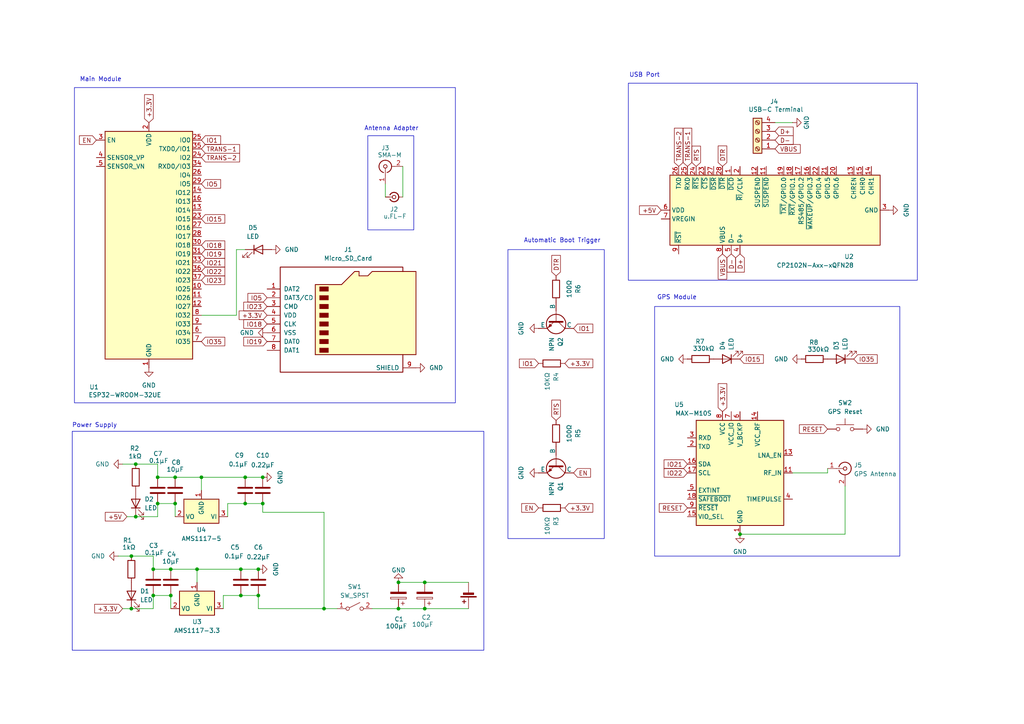
<source format=kicad_sch>
(kicad_sch (version 20231120) (generator "eeschema") (generator_version "8.0")
  (paper "A4")
  (title_block (title "Corban ESP32 Design") (date "2025-02-04") (rev "MK 21") (comment 1 "!!NOT FOR HACKING!!"))
  (lib_symbols
    (symbol "Connector:Conn_Coaxial" (pin_names (offset 1.016) hide)
      (property "Reference" "J" (at 0.254 3.048 0))
      (property "Value" "Conn_Coaxial" (at 2.921 0 90))
      (symbol "Conn_Coaxial_0_1"
        (arc (start -1.778 -0.508) (mid 0.2311 -1.8066) (end 1.778 0) (stroke (width 0.254)))
        (polyline (pts (xy -2.54 0) (xy -0.508 0)))
        (polyline (pts (xy 0 -2.54) (xy 0 -1.778)))
        (circle (center 0 0) (radius 0.508) (stroke (width 0.2032)))
        (arc (start 1.778 0) (mid 0.2099 1.8101) (end -1.778 0.508) (stroke (width 0.254)))
      )
      (symbol "Conn_Coaxial_1_1"
        (pin passive line (at -5.08 0 0) (length 2.54) (name "In") (number "1"))
        (pin passive line (at 0 -5.08 90) (length 2.54) (name "Ext") (number "2"))
      )
    )
    (symbol "Connector:Conn_Coaxial_Small" (pin_numbers hide) (pin_names (offset 1.016) hide)
      (property "Reference" "J" (at 0.254 3.048 0))
      (property "Value" "Conn_Coaxial_Small" (at 0 -3.81 0))
      (symbol "Conn_Coaxial_Small_0_1"
        (polyline (pts (xy -2.54 0) (xy -0.508 0)))
        (circle (center 0 0) (radius 0.508) (stroke (width 0.2032)))
      )
      (symbol "Conn_Coaxial_Small_1_1"
        (arc (start -1.1916 -0.6311) (mid 0.327 -1.3081) (end 1.3484 0.0039) (stroke (width 0.3048)))
        (arc (start 1.3484 -0.0039) (mid 0.327 1.3081) (end -1.1916 0.6311) (stroke (width 0.3048)))
        (pin passive line (at -2.54 0 0) (length 1.27) (name "In") (number "1"))
        (pin passive line (at 2.54 0 180) (length 1.27) (name "Ext") (number "2"))
      )
    )
    (symbol "Connector:Micro_SD_Card" (pin_names (offset 1.016))
      (property "Reference" "J" (at -16.51 15.24 0))
      (property "Value" "Micro_SD_Card" (at 16.51 15.24 0))
      (symbol "Micro_SD_Card_0_1"
        (rectangle (start -7.62 -9.525) (end -5.08 -10.795) (fill (type outline)))
        (rectangle (start -7.62 -6.985) (end -5.08 -8.255) (fill (type outline)))
        (rectangle (start -7.62 -4.445) (end -5.08 -5.715) (fill (type outline)))
        (rectangle (start -7.62 -1.905) (end -5.08 -3.175) (fill (type outline)))
        (rectangle (start -7.62 0.635) (end -5.08 -0.635) (fill (type outline)))
        (rectangle (start -7.62 3.175) (end -5.08 1.905) (fill (type outline)))
        (rectangle (start -7.62 5.715) (end -5.08 4.445) (fill (type outline)))
        (rectangle (start -7.62 8.255) (end -5.08 6.985) (fill (type outline)))
        (polyline (pts (xy 16.51 12.7) (xy 16.51 13.97) (xy -19.05 13.97) (xy -19.05 -16.51) (xy 16.51 -16.51) (xy 16.51 -11.43)) (stroke (width 0.254)))
        (polyline (pts (xy -8.89 -11.43) (xy -8.89 8.89) (xy -1.27 8.89) (xy 2.54 12.7) (xy 3.81 12.7) (xy 3.81 11.43) (xy 6.35 11.43) (xy 7.62 12.7) (xy 20.32 12.7) (xy 20.32 -11.43) (xy -8.89 -11.43)) (stroke (width 0.254)) (fill (type background)))
      )
      (symbol "Micro_SD_Card_1_1"
        (pin bidirectional line (at -22.86 7.62 0) (length 3.81) (name "DAT2") (number "1"))
        (pin bidirectional line (at -22.86 5.08 0) (length 3.81) (name "DAT3/CD") (number "2"))
        (pin input line (at -22.86 2.54 0) (length 3.81) (name "CMD") (number "3"))
        (pin power_in line (at -22.86 0 0) (length 3.81) (name "VDD") (number "4"))
        (pin input line (at -22.86 -2.54 0) (length 3.81) (name "CLK") (number "5"))
        (pin power_in line (at -22.86 -5.08 0) (length 3.81) (name "VSS") (number "6"))
        (pin bidirectional line (at -22.86 -7.62 0) (length 3.81) (name "DAT0") (number "7"))
        (pin bidirectional line (at -22.86 -10.16 0) (length 3.81) (name "DAT1") (number "8"))
        (pin passive line (at 20.32 -15.24 180) (length 3.81) (name "SHIELD") (number "9"))
      )
    )
    (symbol "Connector:Screw_Terminal_01x04" (pin_names (offset 1.016) hide)
      (property "Reference" "J" (at 0 5.08 0))
      (property "Value" "Screw_Terminal_01x04" (at 0 -7.62 0))
      (symbol "Screw_Terminal_01x04_1_1"
        (rectangle (start -1.27 3.81) (end 1.27 -6.35) (stroke (width 0.254)) (fill (type background)))
        (circle (center 0 -5.08) (radius 0.635) (stroke (width 0.1524)))
        (circle (center 0 -2.54) (radius 0.635) (stroke (width 0.1524)))
        (polyline (pts (xy -0.5334 -4.7498) (xy 0.3302 -5.588)) (stroke (width 0.1524)))
        (polyline (pts (xy -0.5334 -2.2098) (xy 0.3302 -3.048)) (stroke (width 0.1524)))
        (polyline (pts (xy -0.5334 0.3302) (xy 0.3302 -0.508)) (stroke (width 0.1524)))
        (polyline (pts (xy -0.5334 2.8702) (xy 0.3302 2.032)) (stroke (width 0.1524)))
        (polyline (pts (xy -0.3556 -4.572) (xy 0.508 -5.4102)) (stroke (width 0.1524)))
        (polyline (pts (xy -0.3556 -2.032) (xy 0.508 -2.8702)) (stroke (width 0.1524)))
        (polyline (pts (xy -0.3556 0.508) (xy 0.508 -0.3302)) (stroke (width 0.1524)))
        (polyline (pts (xy -0.3556 3.048) (xy 0.508 2.2098)) (stroke (width 0.1524)))
        (circle (center 0 0) (radius 0.635) (stroke (width 0.1524)))
        (circle (center 0 2.54) (radius 0.635) (stroke (width 0.1524)))
        (pin passive line (at -5.08 2.54 0) (length 3.81) (name "Pin_1") (number "1"))
        (pin passive line (at -5.08 0 0) (length 3.81) (name "Pin_2") (number "2"))
        (pin passive line (at -5.08 -2.54 0) (length 3.81) (name "Pin_3") (number "3"))
        (pin passive line (at -5.08 -5.08 0) (length 3.81) (name "Pin_4") (number "4"))
      )
    )
    (symbol "Device:Battery_Cell" (pin_numbers hide) (pin_names (offset 0) hide)
      (property "Reference" "BT" (at 2.54 2.54 0))
      (property "Value" "Battery_Cell" (at 2.54 0 0))
      (symbol "Battery_Cell_0_1"
        (rectangle (start -2.286 1.778) (end 2.286 1.524) (fill (type outline)))
        (rectangle (start -1.524 1.016) (end 1.524 0.508) (fill (type outline)))
        (polyline (pts (xy 0 0.762) (xy 0 0)))
        (polyline (pts (xy 0 1.778) (xy 0 2.54)))
        (polyline (pts (xy 0.762 3.048) (xy 1.778 3.048)) (stroke (width 0.254)))
        (polyline (pts (xy 1.27 3.556) (xy 1.27 2.54)) (stroke (width 0.254)))
      )
      (symbol "Battery_Cell_1_1"
        (pin passive line (at 0 5.08 270) (length 2.54) (name "+") (number "1"))
        (pin passive line (at 0 -2.54 90) (length 2.54) (name "-") (number "2"))
      )
    )
    (symbol "Device:C" (pin_numbers hide) (pin_names (offset 0.254))
      (property "Reference" "C" (at 0.635 2.54 0))
      (property "Value" "C" (at 0.635 -2.54 0))
      (symbol "C_0_1"
        (polyline (pts (xy -2.032 -0.762) (xy 2.032 -0.762)) (stroke (width 0.508)))
        (polyline (pts (xy -2.032 0.762) (xy 2.032 0.762)) (stroke (width 0.508)))
      )
      (symbol "C_1_1"
        (pin passive line (at 0 3.81 270) (length 2.794) (name "~") (number "1"))
        (pin passive line (at 0 -3.81 90) (length 2.794) (name "~") (number "2"))
      )
    )
    (symbol "Device:C_Polarized" (pin_numbers hide) (pin_names (offset 0.254))
      (property "Reference" "C" (at 0.635 2.54 0))
      (property "Value" "C_Polarized" (at 0.635 -2.54 0))
      (symbol "C_Polarized_0_1"
        (rectangle (start -2.286 0.508) (end 2.286 1.016))
        (polyline (pts (xy -1.778 2.286) (xy -0.762 2.286)))
        (polyline (pts (xy -1.27 2.794) (xy -1.27 1.778)))
        (rectangle (start 2.286 -0.508) (end -2.286 -1.016) (fill (type outline)))
      )
      (symbol "C_Polarized_1_1"
        (pin passive line (at 0 3.81 270) (length 2.794) (name "~") (number "1"))
        (pin passive line (at 0 -3.81 90) (length 2.794) (name "~") (number "2"))
      )
    )
    (symbol "Device:LED" (pin_numbers hide) (pin_names (offset 1.016) hide)
      (property "Reference" "D" (at 0 2.54 0))
      (property "Value" "LED" (at 0 -2.54 0))
      (symbol "LED_0_1"
        (polyline (pts (xy -1.27 -1.27) (xy -1.27 1.27)) (stroke (width 0.254)))
        (polyline (pts (xy -1.27 0) (xy 1.27 0)))
        (polyline (pts (xy 1.27 -1.27) (xy 1.27 1.27) (xy -1.27 0) (xy 1.27 -1.27)) (stroke (width 0.254)))
        (polyline (pts (xy -3.048 -0.762) (xy -4.572 -2.286) (xy -3.81 -2.286) (xy -4.572 -2.286) (xy -4.572 -1.524)))
        (polyline (pts (xy -1.778 -0.762) (xy -3.302 -2.286) (xy -2.54 -2.286) (xy -3.302 -2.286) (xy -3.302 -1.524)))
      )
      (symbol "LED_1_1"
        (pin passive line (at -3.81 0 0) (length 2.54) (name "K") (number "1"))
        (pin passive line (at 3.81 0 180) (length 2.54) (name "A") (number "2"))
      )
    )
    (symbol "Device:R" (pin_numbers hide) (pin_names (offset 0))
      (property "Reference" "R" (at 2.032 0 90))
      (property "Value" "R" (at 0 0 90))
      (symbol "R_0_1"
        (rectangle (start -1.016 -2.54) (end 1.016 2.54) (stroke (width 0.254)))
      )
      (symbol "R_1_1"
        (pin passive line (at 0 3.81 270) (length 1.27) (name "~") (number "1"))
        (pin passive line (at 0 -3.81 90) (length 1.27) (name "~") (number "2"))
      )
    )
    (symbol "Interface_USB:CP2102N-Axx-xQFN28"
      (property "Reference" "U" (at -8.89 31.75 0))
      (property "Value" "CP2102N-Axx-xQFN28" (at 12.7 31.75 0))
      (symbol "CP2102N-Axx-xQFN28_0_1"
        (rectangle (start -10.16 30.48) (end 10.16 -30.48) (stroke (width 0.254)) (fill (type background)))
      )
      (symbol "CP2102N-Axx-xQFN28_1_1"
        (pin input line (at 12.7 12.7 180) (length 2.54) (name "~{DCD}") (number "1"))
        (pin no_connect line (at -10.16 -27.94 0) (length 2.54) hide (name "NC") (number "10"))
        (pin output line (at 12.7 2.54 180) (length 2.54) (name "~{SUSPEND}") (number "11"))
        (pin output line (at 12.7 5.08 180) (length 2.54) (name "SUSPEND") (number "12"))
        (pin output line (at 12.7 -22.86 180) (length 2.54) (name "CHREN") (number "13"))
        (pin output line (at 12.7 -27.94 180) (length 2.54) (name "CHR1") (number "14"))
        (pin output line (at 12.7 -25.4 180) (length 2.54) (name "CHR0") (number "15"))
        (pin bidirectional line (at 12.7 -10.16 180) (length 2.54) (name "~{WAKEUP}/GPIO.3") (number "16"))
        (pin bidirectional line (at 12.7 -7.62 180) (length 2.54) (name "RS485/GPIO.2") (number "17"))
        (pin bidirectional line (at 12.7 -5.08 180) (length 2.54) (name "~{RXT}/GPIO.1") (number "18"))
        (pin bidirectional line (at 12.7 -2.54 180) (length 2.54) (name "~{TXT}/GPIO.0") (number "19"))
        (pin bidirectional line (at 12.7 10.16 180) (length 2.54) (name "~{RI}/CLK") (number "2"))
        (pin bidirectional line (at 12.7 -17.78 180) (length 2.54) (name "GPIO.6") (number "20"))
        (pin bidirectional line (at 12.7 -15.24 180) (length 2.54) (name "GPIO.5") (number "21"))
        (pin bidirectional line (at 12.7 -12.7 180) (length 2.54) (name "GPIO.4") (number "22"))
        (pin input line (at 12.7 20.32 180) (length 2.54) (name "~{CTS}") (number "23"))
        (pin output line (at 12.7 22.86 180) (length 2.54) (name "~{RTS}") (number "24"))
        (pin input line (at 12.7 25.4 180) (length 2.54) (name "RXD") (number "25"))
        (pin output line (at 12.7 27.94 180) (length 2.54) (name "TXD") (number "26"))
        (pin input line (at 12.7 17.78 180) (length 2.54) (name "~{DSR}") (number "27"))
        (pin output line (at 12.7 15.24 180) (length 2.54) (name "~{DTR}") (number "28"))
        (pin passive line (at 0 -33.02 90) (length 2.54) hide (name "GND") (number "29"))
        (pin power_in line (at 0 -33.02 90) (length 2.54) (name "GND") (number "3"))
        (pin bidirectional line (at -12.7 10.16 0) (length 2.54) (name "D+") (number "4"))
        (pin bidirectional line (at -12.7 12.7 0) (length 2.54) (name "D-") (number "5"))
        (pin power_in line (at 0 33.02 270) (length 2.54) (name "VDD") (number "6"))
        (pin power_in line (at -2.54 33.02 270) (length 2.54) (name "VREGIN") (number "7"))
        (pin input line (at -12.7 15.24 0) (length 2.54) (name "VBUS") (number "8"))
        (pin input line (at -12.7 27.94 0) (length 2.54) (name "~{RST}") (number "9"))
      )
    )
    (symbol "RF_GPS:MAX-M10S"
      (property "Reference" "U" (at -10.16 16.51 0))
      (property "Value" "MAX-M10S" (at 11.43 16.51 0))
      (symbol "MAX-M10S_0_1"
        (rectangle (start 12.7 15.24) (end -12.7 -15.24) (stroke (width 0.254)) (fill (type background)))
      )
      (symbol "MAX-M10S_1_1"
        (pin power_in line (at 0 -17.78 90) (length 2.54) (name "GND") (number "1"))
        (pin passive line (at 0 -17.78 90) (length 2.54) hide (name "GND") (number "10"))
        (pin input line (at 15.24 0 180) (length 2.54) (name "RF_IN") (number "11"))
        (pin passive line (at 0 -17.78 90) (length 2.54) hide (name "GND") (number "12"))
        (pin output line (at 15.24 5.08 180) (length 2.54) (name "LNA_EN") (number "13"))
        (pin power_out line (at 5.08 17.78 270) (length 2.54) (name "VCC_RF") (number "14"))
        (pin input line (at -15.24 -12.7 0) (length 2.54) (name "VIO_SEL") (number "15"))
        (pin bidirectional line (at -15.24 2.54 0) (length 2.54) (name "SDA") (number "16"))
        (pin input line (at -15.24 0 0) (length 2.54) (name "SCL") (number "17"))
        (pin input line (at -15.24 -7.62 0) (length 2.54) (name "~{SAFEBOOT}") (number "18"))
        (pin output line (at -15.24 7.62 0) (length 2.54) (name "TXD") (number "2"))
        (pin input line (at -15.24 10.16 0) (length 2.54) (name "RXD") (number "3"))
        (pin output line (at 15.24 -7.62 180) (length 2.54) (name "TIMEPULSE") (number "4"))
        (pin input line (at -15.24 -5.08 0) (length 2.54) (name "EXTINT") (number "5"))
        (pin power_in line (at 0 17.78 270) (length 2.54) (name "V_BCKP") (number "6"))
        (pin power_in line (at -2.54 17.78 270) (length 2.54) (name "VCC_IO") (number "7"))
        (pin power_in line (at -5.08 17.78 270) (length 2.54) (name "VCC") (number "8"))
        (pin input line (at -15.24 -10.16 0) (length 2.54) (name "~{RESET}") (number "9"))
      )
    )
    (symbol "RF_Module:ESP32-WROOM-32UE"
      (property "Reference" "U" (at -12.7 34.29 0))
      (property "Value" "ESP32-WROOM-32UE" (at 1.27 34.29 0))
      (symbol "ESP32-WROOM-32UE_0_1"
        (rectangle (start -12.7 33.02) (end 12.7 -33.02) (stroke (width 0.254)) (fill (type background)))
      )
      (symbol "ESP32-WROOM-32UE_1_1"
        (pin power_in line (at 0 -35.56 90) (length 2.54) (name "GND") (number "1"))
        (pin bidirectional line (at 15.24 -12.7 180) (length 2.54) (name "IO25") (number "10"))
        (pin bidirectional line (at 15.24 -15.24 180) (length 2.54) (name "IO26") (number "11"))
        (pin bidirectional line (at 15.24 -17.78 180) (length 2.54) (name "IO27") (number "12"))
        (pin bidirectional line (at 15.24 10.16 180) (length 2.54) (name "IO14") (number "13"))
        (pin bidirectional line (at 15.24 15.24 180) (length 2.54) (name "IO12") (number "14"))
        (pin passive line (at 0 -35.56 90) (length 2.54) hide (name "GND") (number "15"))
        (pin bidirectional line (at 15.24 12.7 180) (length 2.54) (name "IO13") (number "16"))
        (pin no_connect line (at -12.7 -5.08 0) (length 2.54) hide (name "NC") (number "17"))
        (pin no_connect line (at -12.7 -7.62 0) (length 2.54) hide (name "NC") (number "18"))
        (pin no_connect line (at -12.7 -12.7 0) (length 2.54) hide (name "NC") (number "19"))
        (pin power_in line (at 0 35.56 270) (length 2.54) (name "VDD") (number "2"))
        (pin no_connect line (at -12.7 -10.16 0) (length 2.54) hide (name "NC") (number "20"))
        (pin no_connect line (at -12.7 0 0) (length 2.54) hide (name "NC") (number "21"))
        (pin no_connect line (at -12.7 -2.54 0) (length 2.54) hide (name "NC") (number "22"))
        (pin bidirectional line (at 15.24 7.62 180) (length 2.54) (name "IO15") (number "23"))
        (pin bidirectional line (at 15.24 25.4 180) (length 2.54) (name "IO2") (number "24"))
        (pin bidirectional line (at 15.24 30.48 180) (length 2.54) (name "IO0") (number "25"))
        (pin bidirectional line (at 15.24 20.32 180) (length 2.54) (name "IO4") (number "26"))
        (pin bidirectional line (at 15.24 5.08 180) (length 2.54) (name "IO16") (number "27"))
        (pin bidirectional line (at 15.24 2.54 180) (length 2.54) (name "IO17") (number "28"))
        (pin bidirectional line (at 15.24 17.78 180) (length 2.54) (name "IO5") (number "29"))
        (pin input line (at -15.24 30.48 0) (length 2.54) (name "EN") (number "3"))
        (pin bidirectional line (at 15.24 0 180) (length 2.54) (name "IO18") (number "30"))
        (pin bidirectional line (at 15.24 -2.54 180) (length 2.54) (name "IO19") (number "31"))
        (pin no_connect line (at -12.7 -27.94 0) (length 2.54) hide (name "NC") (number "32"))
        (pin bidirectional line (at 15.24 -5.08 180) (length 2.54) (name "IO21") (number "33"))
        (pin bidirectional line (at 15.24 22.86 180) (length 2.54) (name "RXD0/IO3") (number "34"))
        (pin bidirectional line (at 15.24 27.94 180) (length 2.54) (name "TXD0/IO1") (number "35"))
        (pin bidirectional line (at 15.24 -7.62 180) (length 2.54) (name "IO22") (number "36"))
        (pin bidirectional line (at 15.24 -10.16 180) (length 2.54) (name "IO23") (number "37"))
        (pin passive line (at 0 -35.56 90) (length 2.54) hide (name "GND") (number "38"))
        (pin passive line (at 0 -35.56 90) (length 2.54) hide (name "GND") (number "39"))
        (pin input line (at -15.24 25.4 0) (length 2.54) (name "SENSOR_VP") (number "4"))
        (pin input line (at -15.24 22.86 0) (length 2.54) (name "SENSOR_VN") (number "5"))
        (pin input line (at 15.24 -25.4 180) (length 2.54) (name "IO34") (number "6"))
        (pin input line (at 15.24 -27.94 180) (length 2.54) (name "IO35") (number "7"))
        (pin bidirectional line (at 15.24 -20.32 180) (length 2.54) (name "IO32") (number "8"))
        (pin bidirectional line (at 15.24 -22.86 180) (length 2.54) (name "IO33") (number "9"))
      )
    )
    (symbol "Regulator_Linear:AMS1117-3.3"
      (property "Reference" "U" (at -3.81 3.175 0))
      (property "Value" "AMS1117-3.3" (at 0 3.175 0))
      (symbol "AMS1117-3.3_0_1"
        (rectangle (start -5.08 -5.08) (end 5.08 1.905) (stroke (width 0.254)) (fill (type background)))
      )
      (symbol "AMS1117-3.3_1_1"
        (pin power_in line (at 0 -7.62 90) (length 2.54) (name "GND") (number "1"))
        (pin power_out line (at 7.62 0 180) (length 2.54) (name "VO") (number "2"))
        (pin power_in line (at -7.62 0 0) (length 2.54) (name "VI") (number "3"))
      )
    )
    (symbol "Simulation_SPICE:NPN" (pin_numbers hide) (pin_names (offset 0))
      (property "Reference" "Q" (at -2.54 7.62 0))
      (property "Value" "NPN" (at -2.54 5.08 0))
      (symbol "NPN_0_1"
        (polyline (pts (xy -2.54 0) (xy 0.635 0)) (stroke (width 0.1524)))
        (polyline (pts (xy 0.635 0.635) (xy 2.54 2.54)))
        (polyline (pts (xy 2.794 -1.27) (xy 2.794 -1.27)) (stroke (width 0.1524)))
        (polyline (pts (xy 2.794 -1.27) (xy 2.794 -1.27)) (stroke (width 0.1524)))
        (polyline (pts (xy 0.635 -0.635) (xy 2.54 -2.54) (xy 2.54 -2.54)))
        (polyline (pts (xy 0.635 1.905) (xy 0.635 -1.905) (xy 0.635 -1.905)) (stroke (width 0.508)))
        (polyline (pts (xy 1.27 -1.778) (xy 1.778 -1.27) (xy 2.286 -2.286) (xy 1.27 -1.778) (xy 1.27 -1.778)) (fill (type outline)))
        (circle (center 1.27 0) (radius 2.8194) (stroke (width 0.254)))
      )
      (symbol "NPN_1_1"
        (pin open_collector line (at 2.54 5.08 270) (length 2.54) (name "C") (number "1"))
        (pin input line (at -5.08 0 0) (length 2.54) (name "B") (number "2"))
        (pin open_emitter line (at 2.54 -5.08 90) (length 2.54) (name "E") (number "3"))
      )
    )
    (symbol "Switch:SW_Push" (pin_numbers hide) (pin_names (offset 1.016) hide)
      (property "Reference" "SW" (at 1.27 2.54 0))
      (property "Value" "SW_Push" (at 0 -1.524 0))
      (symbol "SW_Push_0_1"
        (circle (center -2.032 0) (radius 0.508))
        (polyline (pts (xy 0 1.27) (xy 0 3.048)))
        (polyline (pts (xy 2.54 1.27) (xy -2.54 1.27)))
        (circle (center 2.032 0) (radius 0.508))
        (pin passive line (at -5.08 0 0) (length 2.54) (name "1") (number "1"))
        (pin passive line (at 5.08 0 180) (length 2.54) (name "2") (number "2"))
      )
    )
    (symbol "Switch:SW_SPST" (pin_names (offset 0) hide)
      (property "Reference" "SW" (at 0 3.175 0))
      (property "Value" "SW_SPST" (at 0 -2.54 0))
      (symbol "SW_SPST_0_0"
        (circle (center -2.032 0) (radius 0.508))
        (polyline (pts (xy -1.524 0.254) (xy 1.524 1.778)))
        (circle (center 2.032 0) (radius 0.508))
      )
      (symbol "SW_SPST_1_1"
        (pin passive line (at -5.08 0 0) (length 2.54) (name "A") (number "1"))
        (pin passive line (at 5.08 0 180) (length 2.54) (name "B") (number "2"))
      )
    )
    (symbol "power:GND" (power) (pin_numbers hide) (pin_names (offset 0) hide)
      (property "Value" "GND" (at 0 -3.81 0))
      (symbol "GND_0_1"
        (polyline (pts (xy 0 0) (xy 0 -1.27) (xy 1.27 -1.27) (xy 0 -2.54) (xy -1.27 -1.27) (xy 0 -1.27)))
      )
      (symbol "GND_1_1"
        (pin power_in line (at 0 0 270) (length 0) (name "~") (number "1"))
      )
    )
  )
  (junction (at 38.1 161.29))
  (junction (at 39.37 134.62))
  (junction (at 50.8 146.05))
  (junction (at 50.8 138.43))
  (junction (at 45.72 138.43))
  (junction (at 69.85 165.1))
  (junction (at 57.15 165.1))
  (junction (at 49.53 172.72))
  (junction (at 71.12 146.05))
  (junction (at 44.45 172.72))
  (junction (at 76.2 138.43))
  (junction (at 39.37 149.86))
  (junction (at 123.19 168.91))
  (junction (at 76.2 146.05))
  (junction (at 93.98 176.53))
  (junction (at 115.57 168.91))
  (junction (at 71.12 138.43))
  (junction (at 74.93 165.1))
  (junction (at 38.1 176.53))
  (junction (at 45.72 146.05))
  (junction (at 69.85 172.72))
  (junction (at 115.57 176.53))
  (junction (at 214.63 154.94))
  (junction (at 74.93 172.72))
  (junction (at 44.45 165.1))
  (junction (at 58.42 138.43))
  (junction (at 49.53 165.1))
  (junction (at 123.19 176.53))
  (wire (pts (xy 64.77 172.72) (xy 64.77 176.53)))
  (wire (pts (xy 44.45 176.53) (xy 38.1 176.53)))
  (wire (pts (xy 36.83 149.86) (xy 39.37 149.86)))
  (wire (pts (xy 74.93 176.53) (xy 93.98 176.53)))
  (wire (pts (xy 39.37 134.62) (xy 45.72 134.62)))
  (wire (pts (xy 69.85 165.1) (xy 74.93 165.1)))
  (wire (pts (xy 74.93 172.72) (xy 74.93 176.53)))
  (wire (pts (xy 50.8 146.05) (xy 50.8 149.86)))
  (wire (pts (xy 245.11 140.97) (xy 245.11 154.94)))
  (wire (pts (xy 123.19 168.91) (xy 115.57 168.91)))
  (wire (pts (xy 135.89 168.91) (xy 123.19 168.91)))
  (wire (pts (xy 45.72 134.62) (xy 45.72 138.43)))
  (wire (pts (xy 44.45 161.29) (xy 44.45 165.1)))
  (wire (pts (xy 123.19 176.53) (xy 115.57 176.53)))
  (wire (pts (xy 45.72 149.86) (xy 39.37 149.86)))
  (wire (pts (xy 35.56 176.53) (xy 38.1 176.53)))
  (wire (pts (xy 50.8 138.43) (xy 58.42 138.43)))
  (wire (pts (xy 45.72 146.05) (xy 50.8 146.05)))
  (wire (pts (xy 38.1 161.29) (xy 44.45 161.29)))
  (wire (pts (xy 229.87 137.16) (xy 240.03 137.16)))
  (wire (pts (xy 69.85 172.72) (xy 74.93 172.72)))
  (wire (pts (xy 93.98 148.59) (xy 76.2 148.59)))
  (wire (pts (xy 45.72 138.43) (xy 50.8 138.43)))
  (wire (pts (xy 58.42 91.44) (xy 68.58 91.44)))
  (wire (pts (xy 135.89 176.53) (xy 123.19 176.53)))
  (wire (pts (xy 68.58 91.44) (xy 68.58 72.39)))
  (wire (pts (xy 71.12 146.05) (xy 66.04 146.05)))
  (wire (pts (xy 68.58 72.39) (xy 71.12 72.39)))
  (wire (pts (xy 66.04 146.05) (xy 66.04 149.86)))
  (wire (pts (xy 58.42 138.43) (xy 71.12 138.43)))
  (wire (pts (xy 57.15 168.91) (xy 57.15 165.1)))
  (wire (pts (xy 58.42 138.43) (xy 58.42 142.24)))
  (wire (pts (xy 35.56 134.62) (xy 39.37 134.62)))
  (wire (pts (xy 93.98 176.53) (xy 97.79 176.53)))
  (wire (pts (xy 49.53 172.72) (xy 49.53 176.53)))
  (wire (pts (xy 111.76 53.34) (xy 111.76 57.15)))
  (wire (pts (xy 229.87 35.56) (xy 224.79 35.56)))
  (wire (pts (xy 245.11 154.94) (xy 214.63 154.94)))
  (wire (pts (xy 45.72 146.05) (xy 45.72 149.86)))
  (wire (pts (xy 107.95 176.53) (xy 115.57 176.53)))
  (wire (pts (xy 44.45 165.1) (xy 49.53 165.1)))
  (wire (pts (xy 44.45 172.72) (xy 49.53 172.72)))
  (wire (pts (xy 34.29 161.29) (xy 38.1 161.29)))
  (wire (pts (xy 69.85 172.72) (xy 64.77 172.72)))
  (wire (pts (xy 71.12 138.43) (xy 76.2 138.43)))
  (wire (pts (xy 44.45 172.72) (xy 44.45 176.53)))
  (wire (pts (xy 93.98 148.59) (xy 93.98 176.53)))
  (wire (pts (xy 49.53 165.1) (xy 57.15 165.1)))
  (wire (pts (xy 71.12 146.05) (xy 76.2 146.05)))
  (wire (pts (xy 76.2 146.05) (xy 76.2 148.59)))
  (wire (pts (xy 116.84 48.26) (xy 116.84 57.15)))
  (wire (pts (xy 240.03 137.16) (xy 240.03 135.89)))
  (wire (pts (xy 57.15 165.1) (xy 69.85 165.1)))
  (rectangle (start 147.32 72.39) (end 175.26 156.21))
  (rectangle (start 182.245 24.13) (end 266.065 81.28))
  (rectangle (start 20.955 125.095) (end 140.335 188.595))
  (rectangle (start 189.865 88.9) (end 260.985 161.29))
  (rectangle (start 106.68 39.37) (end 120.015 66.675))
  (rectangle (start 21.59 25.4) (end 132.08 116.84))
  (text "Power Supply" (at 27.432 123.444 0) (effects (font (size 1.27 1.27))))
  (text "Antenna Adapter" (at 113.538 37.338 0) (effects (font (size 1.27 1.27))))
  (text "USB Port" (at 186.944 21.844 0) (effects (font (size 1.27 1.27))))
  (text "GPS Module" (at 196.342 86.36 0) (effects (font (size 1.27 1.27))))
  (text "Automatic Boot Trigger" (at 163.068 69.85 0) (effects (font (size 1.27 1.27))))
  (text "Main Module\n" (at 29.21 23.114 0) (effects (font (size 1.27 1.27))))
  (global_label "IO19" (shape input) (at 58.42 73.66 0) (property "Intersheetrefs" "${INTERSHEET_REFS}" (effects (hide yes))))
  (global_label "RESET" (shape input) (at 240.03 124.46 180) (property "Intersheetrefs" "${INTERSHEET_REFS}" (effects (hide yes))))
  (global_label "RTS" (shape input) (at 201.93 48.26 90) (property "Intersheetrefs" "${INTERSHEET_REFS}" (effects (hide yes))))
  (global_label "IO19" (shape input) (at 77.47 99.06 180) (property "Intersheetrefs" "${INTERSHEET_REFS}" (effects (hide yes))))
  (global_label "+3.3V" (shape input) (at 77.47 91.44 180) (property "Intersheetrefs" "${INTERSHEET_REFS}" (effects (hide yes))))
  (global_label "D-" (shape input) (at 224.79 40.64 0) (property "Intersheetrefs" "${INTERSHEET_REFS}" (effects (hide yes))))
  (global_label "+3.3V" (shape input) (at 35.56 176.53 180) (property "Intersheetrefs" "${INTERSHEET_REFS}" (effects (hide yes))))
  (global_label "IO5" (shape input) (at 58.42 53.34 0) (property "Intersheetrefs" "${INTERSHEET_REFS}" (effects (hide yes))))
  (global_label "TRANS-1" (shape input) (at 58.42 43.18 0) (property "Intersheetrefs" "${INTERSHEET_REFS}" (effects (hide yes))))
  (global_label "DTR" (shape input) (at 161.29 80.01 90) (property "Intersheetrefs" "${INTERSHEET_REFS}" (effects (hide yes))))
  (global_label "VBUS" (shape input) (at 209.55 73.66 270) (property "Intersheetrefs" "${INTERSHEET_REFS}" (effects (hide yes))))
  (global_label "D+" (shape input) (at 214.63 73.66 270) (property "Intersheetrefs" "${INTERSHEET_REFS}" (effects (hide yes))))
  (global_label "IO35" (shape input) (at 58.42 99.06 0) (property "Intersheetrefs" "${INTERSHEET_REFS}" (effects (hide yes))))
  (global_label "IO15" (shape input) (at 214.63 104.14 0) (property "Intersheetrefs" "${INTERSHEET_REFS}" (effects (hide yes))))
  (global_label "+3.3V" (shape input) (at 163.83 105.41 0) (property "Intersheetrefs" "${INTERSHEET_REFS}" (effects (hide yes))))
  (global_label "IO18" (shape input) (at 58.42 71.12 0) (property "Intersheetrefs" "${INTERSHEET_REFS}" (effects (hide yes))))
  (global_label "RTS" (shape input) (at 161.29 121.92 90) (property "Intersheetrefs" "${INTERSHEET_REFS}" (effects (hide yes))))
  (global_label "VBUS" (shape input) (at 224.79 43.18 0) (property "Intersheetrefs" "${INTERSHEET_REFS}" (effects (hide yes))))
  (global_label "TRANS-2" (shape input) (at 58.42 45.72 0) (property "Intersheetrefs" "${INTERSHEET_REFS}" (effects (hide yes))))
  (global_label "TRANS-2" (shape input) (at 196.85 48.26 90) (property "Intersheetrefs" "${INTERSHEET_REFS}" (effects (hide yes))))
  (global_label "EN" (shape input) (at 27.94 40.64 180) (property "Intersheetrefs" "${INTERSHEET_REFS}" (effects (hide yes))))
  (global_label "IO15" (shape input) (at 58.42 63.5 0) (property "Intersheetrefs" "${INTERSHEET_REFS}" (effects (hide yes))))
  (global_label "+5V" (shape input) (at 36.83 149.86 180) (property "Intersheetrefs" "${INTERSHEET_REFS}" (effects (hide yes))))
  (global_label "IO21" (shape input) (at 58.42 76.2 0) (property "Intersheetrefs" "${INTERSHEET_REFS}" (effects (hide yes))))
  (global_label "IO18" (shape input) (at 77.47 93.98 180) (property "Intersheetrefs" "${INTERSHEET_REFS}" (effects (hide yes))))
  (global_label "D+" (shape input) (at 224.79 38.1 0) (property "Intersheetrefs" "${INTERSHEET_REFS}" (effects (hide yes))))
  (global_label "+3.3V" (shape input) (at 163.83 147.32 0) (property "Intersheetrefs" "${INTERSHEET_REFS}" (effects (hide yes))))
  (global_label "IO1" (shape input) (at 58.42 40.64 0) (property "Intersheetrefs" "${INTERSHEET_REFS}" (effects (hide yes))))
  (global_label "IO1" (shape input) (at 166.37 95.25 0) (property "Intersheetrefs" "${INTERSHEET_REFS}" (effects (hide yes))))
  (global_label "IO35" (shape input) (at 247.65 104.14 0) (property "Intersheetrefs" "${INTERSHEET_REFS}" (effects (hide yes))))
  (global_label "+5V" (shape input) (at 191.77 60.96 180) (property "Intersheetrefs" "${INTERSHEET_REFS}" (effects (hide yes))))
  (global_label "IO5" (shape input) (at 77.47 86.36 180) (property "Intersheetrefs" "${INTERSHEET_REFS}" (effects (hide yes))))
  (global_label "IO23" (shape input) (at 77.47 88.9 180) (property "Intersheetrefs" "${INTERSHEET_REFS}" (effects (hide yes))))
  (global_label "+3.3V" (shape input) (at 209.55 119.38 90) (property "Intersheetrefs" "${INTERSHEET_REFS}" (effects (hide yes))))
  (global_label "IO23" (shape input) (at 58.42 81.28 0) (property "Intersheetrefs" "${INTERSHEET_REFS}" (effects (hide yes))))
  (global_label "TRANS-1" (shape input) (at 199.39 48.26 90) (property "Intersheetrefs" "${INTERSHEET_REFS}" (effects (hide yes))))
  (global_label "DTR" (shape input) (at 209.55 48.26 90) (property "Intersheetrefs" "${INTERSHEET_REFS}" (effects (hide yes))))
  (global_label "EN" (shape input) (at 166.37 137.16 0) (property "Intersheetrefs" "${INTERSHEET_REFS}" (effects (hide yes))))
  (global_label "IO21" (shape input) (at 199.39 134.62 180) (property "Intersheetrefs" "${INTERSHEET_REFS}" (effects (hide yes))))
  (global_label "IO22" (shape input) (at 58.42 78.74 0) (property "Intersheetrefs" "${INTERSHEET_REFS}" (effects (hide yes))))
  (global_label "IO22" (shape input) (at 199.39 137.16 180) (property "Intersheetrefs" "${INTERSHEET_REFS}" (effects (hide yes))))
  (global_label "+3.3V" (shape input) (at 43.18 35.56 90) (property "Intersheetrefs" "${INTERSHEET_REFS}" (effects (hide yes))))
  (global_label "EN" (shape input) (at 156.21 147.32 180) (property "Intersheetrefs" "${INTERSHEET_REFS}" (effects (hide yes))))
  (global_label "D-" (shape input) (at 212.09 73.66 270) (property "Intersheetrefs" "${INTERSHEET_REFS}" (effects (hide yes))))
  (global_label "RESET" (shape input) (at 199.39 147.32 180) (property "Intersheetrefs" "${INTERSHEET_REFS}" (effects (hide yes))))
  (global_label "IO1" (shape input) (at 156.21 105.41 180) (property "Intersheetrefs" "${INTERSHEET_REFS}" (effects (hide yes))))
  (symbol (lib_id "Simulation_SPICE:NPN") (at 161.29 134.62 270) (unit 1)
    (property "Reference" "Q1" (at 162.5601 139.7 0) (effects (justify left)))
    (property "Value" "NPN" (at 160.0201 139.7 0) (effects (justify left)))
    (property "Footprint" "OptoDevice:ONSemi_QSE15x" (effects (hide yes)))
    (property "Datasheet" "https://ngspice.sourceforge.io/docs/ngspice-html-manual/manual.xhtml#cha_BJTs" (effects (hide yes)))
    (property "Description" "Bipolar transistor symbol for simulation only, substrate tied to the emitter" (effects (hide yes)))
    (property "Sim.Device" "NPN" (effects (hide yes)))
    (property "Sim.Type" "GUMMELPOON" (effects (hide yes)))
    (property "Sim.Pins" "1=C 2=B 3=E" (effects (hide yes)))
  )
  (symbol (lib_id "power:GND") (at 257.81 60.96 90) (unit 1)
    (property "Reference" "#PWR07" (effects (hide yes)))
    (property "Value" "GND" (at 262.89 60.96 0))
    (property "Description" "Power symbol creates a global label with name \"GND\" , ground" (effects (hide yes)))
  )
  (symbol (lib_id "Device:C") (at 71.12 142.24 0) (unit 1)
    (property "Reference" "C9" (at 68.072 132.08 0) (effects (justify left)))
    (property "Value" "0.1µF" (at 66.294 134.62 0) (effects (justify left)))
    (property "Footprint" "Capacitor_THT:C_Disc_D5.0mm_W2.5mm_P5.00mm" (effects (hide yes)))
    (property "Description" "Unpolarized capacitor" (effects (hide yes)))
  )
  (symbol (lib_id "power:GND") (at 214.63 154.94 0) (unit 1)
    (property "Reference" "#PWR014" (effects (hide yes)))
    (property "Value" "GND" (at 214.63 160.02 0))
    (property "Description" "Power symbol creates a global label with name \"GND\" , ground" (effects (hide yes)))
  )
  (symbol (lib_id "Device:LED") (at 210.82 104.14 180) (unit 1)
    (property "Reference" "D4" (at 209.55 101.6 90) (effects (justify right)))
    (property "Value" "LED" (at 212.09 101.6 90) (effects (justify right)))
    (property "Footprint" "LED_THT:LED_D3.0mm" (effects (hide yes)))
    (property "Description" "Light emitting diode" (effects (hide yes)))
  )
  (symbol (lib_id "Device:R") (at 160.02 147.32 90) (unit 1)
    (property "Reference" "R3" (at 161.2901 149.86 0) (effects (justify right)))
    (property "Value" "10KΩ" (at 158.7501 149.86 0) (effects (justify right)))
    (property "Footprint" "Resistor_THT:R_Axial_DIN0204_L3.6mm_D1.6mm_P7.62mm_Horizontal" (effects (hide yes)))
    (property "Description" "Resistor" (effects (hide yes)))
  )
  (symbol (lib_id "power:GND") (at 156.21 95.25 270) (unit 1)
    (property "Reference" "#PWR012" (effects (hide yes)))
    (property "Value" "GND" (at 151.13 95.25 0))
    (property "Description" "Power symbol creates a global label with name \"GND\" , ground" (effects (hide yes)))
  )
  (symbol (lib_id "power:GND") (at 199.39 104.14 270) (unit 1)
    (property "Reference" "#PWR016" (effects (hide yes)))
    (property "Value" "GND" (at 195.58 104.1399 90) (effects (justify right)))
    (property "Description" "Power symbol creates a global label with name \"GND\" , ground" (effects (hide yes)))
  )
  (symbol (lib_id "Connector:Conn_Coaxial") (at 245.11 135.89 0) (unit 1)
    (property "Reference" "J5" (at 247.65 134.9131 0) (effects (justify left)))
    (property "Value" "GPS Antenna" (at 247.65 137.4531 0) (effects (justify left)))
    (property "Footprint" "Connector_Coaxial:U.FL_Hirose_U.FL-R-SMT-1_Vertical" (effects (hide yes)))
    (property "Description" "coaxial connector (BNC, SMA, SMB, SMC, Cinch/RCA, LEMO, ...)" (effects (hide yes)))
  )
  (symbol (lib_id "power:GND") (at 35.56 134.62 270) (unit 1)
    (property "Reference" "#PWR011" (effects (hide yes)))
    (property "Value" "GND" (at 31.75 134.6199 90) (effects (justify right)))
    (property "Description" "Power symbol creates a global label with name \"GND\" , ground" (effects (hide yes)))
  )
  (symbol (lib_id "Regulator_Linear:AMS1117-3.3") (at 57.15 176.53 180) (unit 1)
    (property "Reference" "U3" (at 57.15 180.34 0))
    (property "Value" "AMS1117-3.3" (at 57.15 182.88 0))
    (property "Footprint" "Package_TO_SOT_SMD:SOT-223-3_TabPin2" (effects (hide yes)))
    (property "Datasheet" "http://www.advanced-monolithic.com/pdf/ds1117.pdf" (effects (hide yes)))
    (property "Description" "1A Low Dropout regulator, positive, 3.3V fixed output, SOT-223" (effects (hide yes)))
  )
  (symbol (lib_id "Device:C") (at 45.72 142.24 0) (unit 1)
    (property "Reference" "C7" (at 44.45 131.572 0) (effects (justify left)))
    (property "Value" "0.1µF" (at 43.18 133.604 0) (effects (justify left)))
    (property "Footprint" "Capacitor_THT:C_Disc_D5.0mm_W2.5mm_P5.00mm" (effects (hide yes)))
    (property "Description" "Unpolarized capacitor" (effects (hide yes)))
  )
  (symbol (lib_id "power:GND") (at 115.57 168.91 180) (unit 1)
    (property "Reference" "#PWR02" (effects (hide yes)))
    (property "Value" "GND" (at 113.538 165.354 0) (effects (justify right)))
    (property "Description" "Power symbol creates a global label with name \"GND\" , ground" (effects (hide yes)))
  )
  (symbol (lib_id "Device:LED") (at 243.84 104.14 180) (unit 1)
    (property "Reference" "D3" (at 242.57 101.6 90) (effects (justify right)))
    (property "Value" "LED" (at 245.11 101.6 90) (effects (justify right)))
    (property "Footprint" "LED_THT:LED_D3.0mm" (effects (hide yes)))
    (property "Description" "Light emitting diode" (effects (hide yes)))
  )
  (symbol (lib_id "Device:R") (at 161.29 83.82 0) (unit 1)
    (property "Reference" "R6" (at 167.64 83.82 90))
    (property "Value" "100Ω" (at 165.1 83.82 90))
    (property "Footprint" "Resistor_THT:R_Axial_DIN0204_L3.6mm_D1.6mm_P7.62mm_Horizontal" (effects (hide yes)))
    (property "Description" "Resistor" (effects (hide yes)))
  )
  (symbol (lib_id "Device:R") (at 39.37 138.43 180) (unit 1)
    (property "Reference" "R2" (at 40.386 130.048 0) (effects (justify left)))
    (property "Value" "1kΩ" (at 41.148 132.334 0) (effects (justify left)))
    (property "Footprint" "Resistor_THT:R_Axial_DIN0204_L3.6mm_D1.6mm_P7.62mm_Horizontal" (effects (hide yes)))
    (property "Description" "Resistor" (effects (hide yes)))
  )
  (symbol (lib_id "Device:R") (at 236.22 104.14 270) (unit 1)
    (property "Reference" "R8" (at 234.696 99.314 90) (effects (justify left)))
    (property "Value" "330kΩ" (at 234.188 101.346 90) (effects (justify left)))
    (property "Footprint" "Resistor_THT:R_Axial_DIN0204_L3.6mm_D1.6mm_P7.62mm_Horizontal" (effects (hide yes)))
    (property "Description" "Resistor" (effects (hide yes)))
  )
  (symbol (lib_id "power:GND") (at 34.29 161.29 270) (unit 1)
    (property "Reference" "#PWR05" (effects (hide yes)))
    (property "Value" "GND" (at 30.48 161.2899 90) (effects (justify right)))
    (property "Description" "Power symbol creates a global label with name \"GND\" , ground" (effects (hide yes)))
  )
  (symbol (lib_id "Device:R") (at 161.29 125.73 0) (unit 1)
    (property "Reference" "R5" (at 167.64 125.73 90))
    (property "Value" "100Ω" (at 165.1 125.73 90))
    (property "Footprint" "Resistor_THT:R_Axial_DIN0204_L3.6mm_D1.6mm_P7.62mm_Horizontal" (effects (hide yes)))
    (property "Description" "Resistor" (effects (hide yes)))
  )
  (symbol (lib_id "power:GND") (at 232.41 104.14 270) (unit 1)
    (property "Reference" "#PWR09" (effects (hide yes)))
    (property "Value" "GND" (at 228.6 104.1399 90) (effects (justify right)))
    (property "Description" "Power symbol creates a global label with name \"GND\" , ground" (effects (hide yes)))
  )
  (symbol (lib_id "Connector:Conn_Coaxial_Small") (at 114.3 57.15 0) (unit 1) (in_bom no) (on_board no)
    (property "Reference" "J2" (at 114.3 60.706 0))
    (property "Value" "u.FL-F" (at 114.554 62.738 0))
    (property "Description" "small coaxial connector (BNC, SMA, SMB, SMC, Cinch/RCA, LEMO, ...)" (effects (hide yes)))
  )
  (symbol (lib_id "Device:LED") (at 39.37 146.05 90) (unit 1)
    (property "Reference" "D2" (at 41.91 144.78 90) (effects (justify right)))
    (property "Value" "LED" (at 41.91 147.32 90) (effects (justify right)))
    (property "Footprint" "LED_THT:LED_D3.0mm" (effects (hide yes)))
    (property "Description" "Light emitting diode" (effects (hide yes)))
  )
  (symbol (lib_id "power:GND") (at 77.47 96.52 270) (unit 1)
    (property "Reference" "#PWR06" (effects (hide yes)))
    (property "Value" "GND" (at 73.66 96.5199 90) (effects (justify right)))
    (property "Description" "Power symbol creates a global label with name \"GND\" , ground" (effects (hide yes)))
  )
  (symbol (lib_id "Switch:SW_SPST") (at 102.87 176.53 0) (unit 1)
    (property "Reference" "SW1" (at 102.87 170.18 0))
    (property "Value" "SW_SPST" (at 102.87 172.72 0))
    (property "Description" "Single Pole Single Throw (SPST) switch" (effects (hide yes)))
  )
  (symbol (lib_id "Device:C") (at 49.53 168.91 180) (unit 1)
    (property "Reference" "C4" (at 49.784 160.782 0))
    (property "Value" "10µF" (at 49.53 162.814 0))
    (property "Footprint" "Capacitor_THT:C_Disc_D5.0mm_W2.5mm_P5.00mm" (effects (hide yes)))
    (property "Description" "Unpolarized capacitor" (effects (hide yes)))
  )
  (symbol (lib_id "Device:C") (at 44.45 168.91 0) (unit 1)
    (property "Reference" "C3" (at 43.18 158.242 0) (effects (justify left)))
    (property "Value" "0.1µF" (at 41.91 160.274 0) (effects (justify left)))
    (property "Footprint" "Capacitor_THT:C_Disc_D5.0mm_W2.5mm_P5.00mm" (effects (hide yes)))
    (property "Description" "Unpolarized capacitor" (effects (hide yes)))
  )
  (symbol (lib_id "Device:R") (at 160.02 105.41 90) (unit 1)
    (property "Reference" "R4" (at 161.2901 107.95 0) (effects (justify right)))
    (property "Value" "10KΩ" (at 158.7501 107.95 0) (effects (justify right)))
    (property "Footprint" "Resistor_THT:R_Axial_DIN0204_L3.6mm_D1.6mm_P7.62mm_Horizontal" (effects (hide yes)))
    (property "Description" "Resistor" (effects (hide yes)))
  )
  (symbol (lib_id "RF_GPS:MAX-M10S") (at 214.63 137.16 0) (unit 1)
    (property "Reference" "U5" (at 195.58 117.348 0) (effects (justify left)))
    (property "Value" "MAX-M10S" (at 195.834 119.888 0) (effects (justify left)))
    (property "Footprint" "RF_GPS:ublox_MAX" (effects (hide yes)))
    (property "Datasheet" "https://content.u-blox.com/sites/default/files/MAX-M10S_DataSheet_UBX-20035208.pdf" (effects (hide yes)))
    (property "Description" "GNSS Module MAX M10, VCC 1.65V to 3.6V" (effects (hide yes)))
  )
  (symbol (lib_id "Connector:Conn_Coaxial") (at 111.76 48.26 90) (unit 1) (in_bom no) (on_board no)
    (property "Reference" "J3" (at 111.76 42.926 90))
    (property "Value" "SMA-M" (at 113.03 44.958 90))
    (property "Description" "coaxial connector (BNC, SMA, SMB, SMC, Cinch/RCA, LEMO, ...)" (effects (hide yes)))
  )
  (symbol (lib_id "Device:LED") (at 38.1 172.72 90) (unit 1)
    (property "Reference" "D1" (at 40.64 171.45 90) (effects (justify right)))
    (property "Value" "LED" (at 40.64 173.99 90) (effects (justify right)))
    (property "Footprint" "LED_THT:LED_D3.0mm" (effects (hide yes)))
    (property "Description" "Light emitting diode" (effects (hide yes)))
  )
  (symbol (lib_id "Device:Battery_Cell") (at 135.89 171.45 180) (unit 1)
    (property "Reference" "BT1" (effects (hide yes)))
    (property "Value" "9v" (effects (hide yes)))
    (property "Footprint" "Battery:Battery_Panasonic_CR1220-VCN_Vertical_CircularHoles" (effects (hide yes)))
    (property "Description" "Single-cell battery" (effects (hide yes)))
  )
  (symbol (lib_id "RF_Module:ESP32-WROOM-32UE") (at 43.18 71.12 0) (unit 1)
    (property "Reference" "U1" (at 25.908 112.268 0) (effects (justify left)))
    (property "Value" "ESP32-WROOM-32UE" (at 25.654 114.554 0) (effects (justify left)))
    (property "Footprint" "RF_Module:ESP32-WROOM-32UE" (effects (hide yes)))
    (property "Datasheet" "https://www.espressif.com/sites/default/files/documentation/esp32-wroom-32e_esp32-wroom-32ue_datasheet_en.pdf" (effects (hide yes)))
    (property "Description" "RF Module, ESP32-D0WD-V3 SoC, without PSRAM, Wi-Fi 802.11b/g/n, Bluetooth, BLE, 32-bit, 2.7-3.6V, external antenna, SMD" (effects (hide yes)))
  )
  (symbol (lib_id "power:GND") (at 78.74 72.39 90) (unit 1)
    (property "Reference" "#PWR017" (effects (hide yes)))
    (property "Value" "GND" (at 82.55 72.3899 90) (effects (justify right)))
    (property "Description" "Power symbol creates a global label with name \"GND\" , ground" (effects (hide yes)))
  )
  (symbol (lib_id "power:GND") (at 74.93 165.1 90) (unit 1)
    (property "Reference" "#PWR04" (effects (hide yes)))
    (property "Value" "GND" (at 80.01 165.1 0))
    (property "Description" "Power symbol creates a global label with name \"GND\" , ground" (effects (hide yes)))
  )
  (symbol (lib_id "power:GND") (at 76.2 138.43 90) (unit 1)
    (property "Reference" "#PWR013" (effects (hide yes)))
    (property "Value" "GND" (at 81.28 138.43 0))
    (property "Description" "Power symbol creates a global label with name \"GND\" , ground" (effects (hide yes)))
  )
  (symbol (lib_id "Regulator_Linear:AMS1117-3.3") (at 58.42 149.86 180) (unit 1)
    (property "Reference" "U4" (at 58.42 153.67 0))
    (property "Value" "AMS1117-5" (at 58.42 156.21 0))
    (property "Footprint" "Package_TO_SOT_SMD:SOT-223-3_TabPin2" (effects (hide yes)))
    (property "Datasheet" "http://www.advanced-monolithic.com/pdf/ds1117.pdf" (effects (hide yes)))
    (property "Description" "1A Low Dropout regulator, positive, 3.3V fixed output, SOT-223" (effects (hide yes)))
  )
  (symbol (lib_id "Device:C_Polarized") (at 115.57 172.72 180) (unit 1)
    (property "Reference" "C1" (at 117.094 179.578 0) (effects (justify left)))
    (property "Value" "100µF" (at 118.11 181.61 0) (effects (justify left)))
    (property "Footprint" "Capacitor_THT:CP_Radial_D5.0mm_P2.50mm" (effects (hide yes)))
    (property "Description" "Polarized capacitor" (effects (hide yes)))
  )
  (symbol (lib_id "Device:C") (at 76.2 142.24 0) (unit 1)
    (property "Reference" "C10" (at 76.2 132.08 0))
    (property "Value" "0.22µF" (at 76.2 134.874 0))
    (property "Footprint" "Capacitor_THT:C_Disc_D5.0mm_W2.5mm_P5.00mm" (effects (hide yes)))
    (property "Description" "Unpolarized capacitor" (effects (hide yes)))
  )
  (symbol (lib_id "power:GND") (at 229.87 35.56 90) (unit 1)
    (property "Reference" "#PWR08" (effects (hide yes)))
    (property "Value" "GND" (at 233.934 35.56 0))
    (property "Description" "Power symbol creates a global label with name \"GND\" , ground" (effects (hide yes)))
  )
  (symbol (lib_id "Device:C_Polarized") (at 123.19 172.72 180) (unit 1)
    (property "Reference" "C2" (at 124.968 179.07 0) (effects (justify left)))
    (property "Value" "100µF" (at 125.73 181.102 0) (effects (justify left)))
    (property "Footprint" "Capacitor_THT:CP_Radial_D5.0mm_P2.50mm" (effects (hide yes)))
    (property "Description" "Polarized capacitor" (effects (hide yes)))
  )
  (symbol (lib_id "Connector:Screw_Terminal_01x04") (at 219.71 40.64 180) (unit 1)
    (property "Reference" "J4" (at 224.536 29.464 0))
    (property "Value" "USB-C Terminal" (at 225.044 31.75 0))
    (property "Description" "Generic screw terminal, single row, 01x04, script generated (kicad-library-utils/schlib/autogen/connector/)" (effects (hide yes)))
  )
  (symbol (lib_id "Simulation_SPICE:NPN") (at 161.29 92.71 270) (unit 1)
    (property "Reference" "Q2" (at 162.5601 97.79 0) (effects (justify left)))
    (property "Value" "NPN" (at 160.0201 97.79 0) (effects (justify left)))
    (property "Footprint" "OptoDevice:ONSemi_QSE15x" (effects (hide yes)))
    (property "Datasheet" "https://ngspice.sourceforge.io/docs/ngspice-html-manual/manual.xhtml#cha_BJTs" (effects (hide yes)))
    (property "Description" "Bipolar transistor symbol for simulation only, substrate tied to the emitter" (effects (hide yes)))
    (property "Sim.Device" "NPN" (effects (hide yes)))
    (property "Sim.Type" "GUMMELPOON" (effects (hide yes)))
    (property "Sim.Pins" "1=C 2=B 3=E" (effects (hide yes)))
  )
  (symbol (lib_id "Device:LED") (at 74.93 72.39 0) (unit 1)
    (property "Reference" "D5" (at 73.3425 66.04 0))
    (property "Value" "LED" (at 73.3425 68.58 0))
    (property "Description" "Light emitting diode" (effects (hide yes)))
  )
  (symbol (lib_id "Connector:Micro_SD_Card") (at 100.33 91.44 0) (unit 1)
    (property "Reference" "J1" (at 100.965 72.39 0))
    (property "Value" "Micro_SD_Card" (at 100.965 74.93 0))
    (property "Footprint" "Connector_Card:microSD_HC_Molex_47219-2001" (effects (hide yes)))
    (property "Datasheet" "https://www.molex.com/pdm_docs/sd/472192001_sd.pdf" (effects (hide yes)))
    (property "Description" "Micro SD Card Socket" (effects (hide yes)))
  )
  (symbol (lib_id "power:GND") (at 43.18 106.68 0) (unit 1)
    (property "Reference" "#PWR01" (effects (hide yes)))
    (property "Value" "GND" (at 43.18 111.76 0))
    (property "Description" "Power symbol creates a global label with name \"GND\" , ground" (effects (hide yes)))
  )
  (symbol (lib_id "Device:C") (at 50.8 142.24 180) (unit 1)
    (property "Reference" "C8" (at 51.054 134.112 0))
    (property "Value" "10µF" (at 50.8 136.144 0))
    (property "Footprint" "Capacitor_THT:C_Disc_D5.0mm_W2.5mm_P5.00mm" (effects (hide yes)))
    (property "Description" "Unpolarized capacitor" (effects (hide yes)))
  )
  (symbol (lib_id "Device:C") (at 69.85 168.91 0) (unit 1)
    (property "Reference" "C5" (at 66.802 158.75 0) (effects (justify left)))
    (property "Value" "0.1µF" (at 65.024 161.29 0) (effects (justify left)))
    (property "Footprint" "Capacitor_THT:C_Disc_D5.0mm_W2.5mm_P5.00mm" (effects (hide yes)))
    (property "Description" "Unpolarized capacitor" (effects (hide yes)))
  )
  (symbol (lib_id "Device:R") (at 38.1 165.1 180) (unit 1)
    (property "Reference" "R1" (at 38.354 156.718 0) (effects (justify left)))
    (property "Value" "1kΩ" (at 39.37 158.75 0) (effects (justify left)))
    (property "Footprint" "Resistor_THT:R_Axial_DIN0204_L3.6mm_D1.6mm_P7.62mm_Horizontal" (effects (hide yes)))
    (property "Description" "Resistor" (effects (hide yes)))
  )
  (symbol (lib_id "power:GND") (at 120.65 106.68 90) (unit 1)
    (property "Reference" "#PWR03" (effects (hide yes)))
    (property "Value" "GND" (at 124.46 106.6799 90) (effects (justify right)))
    (property "Description" "Power symbol creates a global label with name \"GND\" , ground" (effects (hide yes)))
  )
  (symbol (lib_id "Device:R") (at 203.2 104.14 270) (unit 1)
    (property "Reference" "R7" (at 201.676 99.06 90) (effects (justify left)))
    (property "Value" "330kΩ" (at 200.914 101.092 90) (effects (justify left)))
    (property "Footprint" "Resistor_THT:R_Axial_DIN0204_L3.6mm_D1.6mm_P7.62mm_Horizontal" (effects (hide yes)))
    (property "Description" "Resistor" (effects (hide yes)))
  )
  (symbol (lib_id "power:GND") (at 250.19 124.46 90) (unit 1)
    (property "Reference" "#PWR015" (effects (hide yes)))
    (property "Value" "GND" (at 254 124.4599 90) (effects (justify right)))
    (property "Description" "Power symbol creates a global label with name \"GND\" , ground" (effects (hide yes)))
  )
  (symbol (lib_id "Switch:SW_Push") (at 245.11 124.46 0) (unit 1)
    (property "Reference" "SW2" (at 245.11 116.84 0))
    (property "Value" "GPS Reset" (at 245.11 119.38 0))
    (property "Description" "Push button switch, generic, two pins" (effects (hide yes)))
  )
  (symbol (lib_id "Device:C") (at 74.93 168.91 0) (unit 1)
    (property "Reference" "C6" (at 74.93 158.75 0))
    (property "Value" "0.22µF" (at 74.93 161.544 0))
    (property "Footprint" "Capacitor_THT:C_Disc_D5.0mm_W2.5mm_P5.00mm" (effects (hide yes)))
    (property "Description" "Unpolarized capacitor" (effects (hide yes)))
  )
  (symbol (lib_id "Interface_USB:CP2102N-Axx-xQFN28") (at 224.79 60.96 90) (unit 1)
    (property "Reference" "U2" (at 247.65 74.422 90) (effects (justify left)))
    (property "Value" "CP2102N-Axx-xQFN28" (at 247.65 76.962 90) (effects (justify left)))
    (property "Footprint" "Package_DFN_QFN:QFN-28-1EP_5x5mm_P0.5mm_EP3.35x3.35mm" (effects (hide yes)))
    (property "Datasheet" "https://www.silabs.com/documents/public/data-sheets/cp2102n-datasheet.pdf" (effects (hide yes)))
    (property "Description" "USB to UART master bridge, QFN-28" (effects (hide yes)))
  )
  (symbol (lib_id "power:GND") (at 156.21 137.16 270) (unit 1)
    (property "Reference" "#PWR010" (effects (hide yes)))
    (property "Value" "GND" (at 151.13 137.16 0))
    (property "Description" "Power symbol creates a global label with name \"GND\" , ground" (effects (hide yes)))
  )
)
</source>
